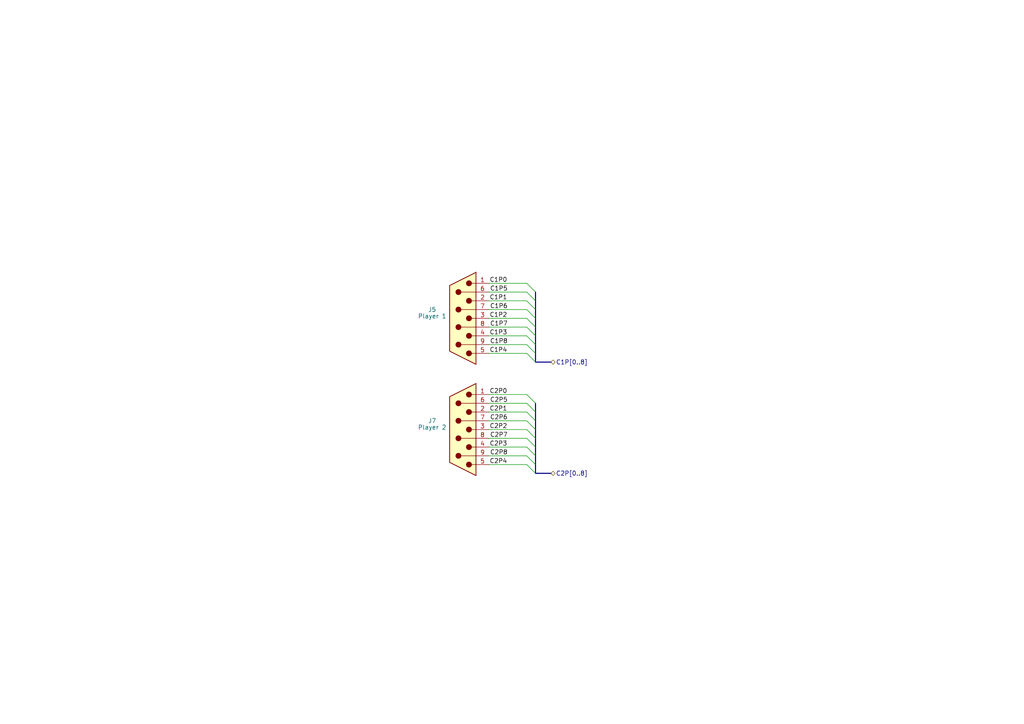
<source format=kicad_sch>
(kicad_sch (version 20230121) (generator eeschema)
  (paper "A4")
  (lib_symbols
    (symbol "Connector:DB9_Male" (pin_names (offset 1.016) hide)
      (property "Reference" "J" (at 0 13.97 0))
      (property "Value" "DB9_Male" (at 0 -14.605 0))
      (symbol "DB9_Male_0_1"
        (circle (center -1.778 -10.16) (radius 0.762) (fill (type outline)))
        (circle (center -1.778 -5.08) (radius 0.762) (fill (type outline)))
        (circle (center -1.778 0) (radius 0.762) (fill (type outline)))
        (circle (center -1.778 5.08) (radius 0.762) (fill (type outline)))
        (circle (center -1.778 10.16) (radius 0.762) (fill (type outline)))
        (polyline (pts (xy -3.81 -10.16) (xy -2.54 -10.16)))
        (polyline (pts (xy -3.81 -7.62) (xy 0.508 -7.62)))
        (polyline (pts (xy -3.81 -5.08) (xy -2.54 -5.08)))
        (polyline (pts (xy -3.81 -2.54) (xy 0.508 -2.54)))
        (polyline (pts (xy -3.81 0) (xy -2.54 0)))
        (polyline (pts (xy -3.81 2.54) (xy 0.508 2.54)))
        (polyline (pts (xy -3.81 5.08) (xy -2.54 5.08)))
        (polyline (pts (xy -3.81 7.62) (xy 0.508 7.62)))
        (polyline (pts (xy -3.81 10.16) (xy -2.54 10.16)))
        (polyline (pts (xy -3.81 -13.335) (xy -3.81 13.335) (xy 3.81 9.525) (xy 3.81 -9.525) (xy -3.81 -13.335)) (stroke (width 0.254)) (fill (type background)))
        (circle (center 1.27 -7.62) (radius 0.762) (fill (type outline)))
        (circle (center 1.27 -2.54) (radius 0.762) (fill (type outline)))
        (circle (center 1.27 2.54) (radius 0.762) (fill (type outline)))
        (circle (center 1.27 7.62) (radius 0.762) (fill (type outline)))
      )
      (symbol "DB9_Male_1_1"
        (pin passive line (at -7.62 -10.16 0) (length 3.81) (name "1") (number "1"))
        (pin passive line (at -7.62 -5.08 0) (length 3.81) (name "2") (number "2"))
        (pin passive line (at -7.62 0 0) (length 3.81) (name "3") (number "3"))
        (pin passive line (at -7.62 5.08 0) (length 3.81) (name "4") (number "4"))
        (pin passive line (at -7.62 10.16 0) (length 3.81) (name "5") (number "5"))
        (pin passive line (at -7.62 -7.62 0) (length 3.81) (name "6") (number "6"))
        (pin passive line (at -7.62 -2.54 0) (length 3.81) (name "7") (number "7"))
        (pin passive line (at -7.62 2.54 0) (length 3.81) (name "8") (number "8"))
        (pin passive line (at -7.62 7.62 0) (length 3.81) (name "9") (number "9"))
      )
    )
  )
  (bus_entry (at 152.781 127.127) (size 2.54 2.54))
  (bus_entry (at 152.781 84.709) (size 2.54 2.54))
  (bus_entry (at 152.781 82.169) (size 2.54 2.54))
  (bus_entry (at 152.781 134.747) (size 2.54 2.54))
  (bus_entry (at 152.781 124.587) (size 2.54 2.54))
  (bus_entry (at 152.781 87.249) (size 2.54 2.54))
  (bus_entry (at 152.781 92.329) (size 2.54 2.54))
  (bus_entry (at 152.781 122.047) (size 2.54 2.54))
  (bus_entry (at 152.781 89.789) (size 2.54 2.54))
  (bus_entry (at 152.781 129.667) (size 2.54 2.54))
  (bus_entry (at 152.781 99.949) (size 2.54 2.54))
  (bus_entry (at 152.781 119.507) (size 2.54 2.54))
  (bus_entry (at 152.781 94.869) (size 2.54 2.54))
  (bus_entry (at 152.781 97.409) (size 2.54 2.54))
  (bus_entry (at 152.781 114.427) (size 2.54 2.54))
  (bus_entry (at 152.781 116.967) (size 2.54 2.54))
  (bus_entry (at 152.781 102.489) (size 2.54 2.54))
  (bus_entry (at 152.781 132.207) (size 2.54 2.54))
  (bus (pts (xy 155.321 119.507) (xy 155.321 122.047)))
  (bus (pts (xy 155.321 122.047) (xy 155.321 124.587)))
  (wire (pts (xy 141.859 129.667) (xy 152.781 129.667)))
  (wire (pts (xy 141.859 127.127) (xy 152.781 127.127)))
  (wire (pts (xy 141.859 102.489) (xy 152.781 102.489)))
  (bus (pts (xy 155.321 97.409) (xy 155.321 99.949)))
  (wire (pts (xy 141.859 116.967) (xy 152.781 116.967)))
  (wire (pts (xy 141.859 87.249) (xy 152.781 87.249)))
  (bus (pts (xy 155.321 89.789) (xy 155.321 92.329)))
  (bus (pts (xy 155.321 116.967) (xy 155.321 119.507)))
  (wire (pts (xy 141.859 97.409) (xy 152.781 97.409)))
  (bus (pts (xy 155.321 87.249) (xy 155.321 89.789)))
  (bus (pts (xy 155.321 137.287) (xy 159.766 137.287)))
  (bus (pts (xy 155.321 132.207) (xy 155.321 134.747)))
  (wire (pts (xy 141.859 99.949) (xy 152.781 99.949)))
  (bus (pts (xy 155.321 94.869) (xy 155.321 97.409)))
  (wire (pts (xy 141.859 134.747) (xy 152.781 134.747)))
  (bus (pts (xy 155.321 105.029) (xy 159.766 105.029)))
  (wire (pts (xy 141.859 119.507) (xy 152.781 119.507)))
  (bus (pts (xy 155.321 134.747) (xy 155.321 137.287)))
  (bus (pts (xy 155.321 99.949) (xy 155.321 102.489)))
  (bus (pts (xy 155.321 127.127) (xy 155.321 129.667)))
  (wire (pts (xy 141.859 132.207) (xy 152.781 132.207)))
  (wire (pts (xy 141.859 84.709) (xy 152.781 84.709)))
  (bus (pts (xy 155.321 84.709) (xy 155.321 87.249)))
  (wire (pts (xy 141.859 89.789) (xy 152.781 89.789)))
  (bus (pts (xy 155.321 92.329) (xy 155.321 94.869)))
  (wire (pts (xy 141.859 92.329) (xy 152.781 92.329)))
  (bus (pts (xy 155.321 124.587) (xy 155.321 127.127)))
  (wire (pts (xy 141.859 122.047) (xy 152.781 122.047)))
  (wire (pts (xy 141.859 94.869) (xy 152.781 94.869)))
  (wire (pts (xy 141.859 82.169) (xy 152.781 82.169)))
  (bus (pts (xy 155.321 102.489) (xy 155.321 105.029)))
  (bus (pts (xy 155.321 129.667) (xy 155.321 132.207)))
  (wire (pts (xy 141.859 124.587) (xy 152.781 124.587)))
  (wire (pts (xy 141.859 114.427) (xy 152.781 114.427)))
  (label "C1P3" (at 141.986 97.409 0))
  (label "C1P6" (at 142.113 89.789 0))
  (label "C2P0" (at 141.986 114.427 0))
  (label "C1P1" (at 141.986 87.249 0))
  (label "C2P4" (at 141.986 134.747 0))
  (label "C1P0" (at 141.986 82.169 0))
  (label "C1P4" (at 141.986 102.489 0))
  (label "C2P2" (at 141.986 124.587 0))
  (label "C2P3" (at 141.986 129.667 0))
  (label "C2P7" (at 142.113 127.127 0))
  (label "C1P5" (at 142.113 84.709 0))
  (label "C1P2" (at 141.986 92.329 0))
  (label "C2P8" (at 142.113 132.207 0))
  (label "C1P8" (at 142.113 99.949 0))
  (label "C2P1" (at 141.986 119.507 0))
  (label "C1P7" (at 142.113 94.869 0))
  (label "C2P6" (at 142.113 122.047 0))
  (label "C2P5" (at 142.113 116.967 0))
  (hierarchical_label "C2P[0..8]" (shape bidirectional) (at 159.766 137.287 0))
  (hierarchical_label "C1P[0..8]" (shape bidirectional) (at 159.766 105.029 0))
  (symbol (lib_id "Connector:DB9_Male") (at 134.239 124.587 180) (unit 1)
    (property "Reference" "J7" (at 125.349 122.047 0))
    (property "Value" "Player 2" (at 125.349 123.952 0))
    (property "Footprint" "Connector_Dsub:DSUB-9_Male_Horizontal_P2.77x2.84mm_EdgePinOffset7.70mm_Housed_MountingHolesOffset9.12mm" (effects hide))
    (property "Datasheet" " ~" (effects hide))
  )
  (symbol (lib_id "Connector:DB9_Male") (at 134.239 92.329 180) (unit 1)
    (property "Reference" "J5" (at 125.349 89.789 0))
    (property "Value" "Player 1" (at 125.349 91.694 0))
    (property "Footprint" "Connector_Dsub:DSUB-9_Male_Horizontal_P2.77x2.84mm_EdgePinOffset7.70mm_Housed_MountingHolesOffset9.12mm" (effects hide))
    (property "Datasheet" " ~" (effects hide))
  )
)
</source>
